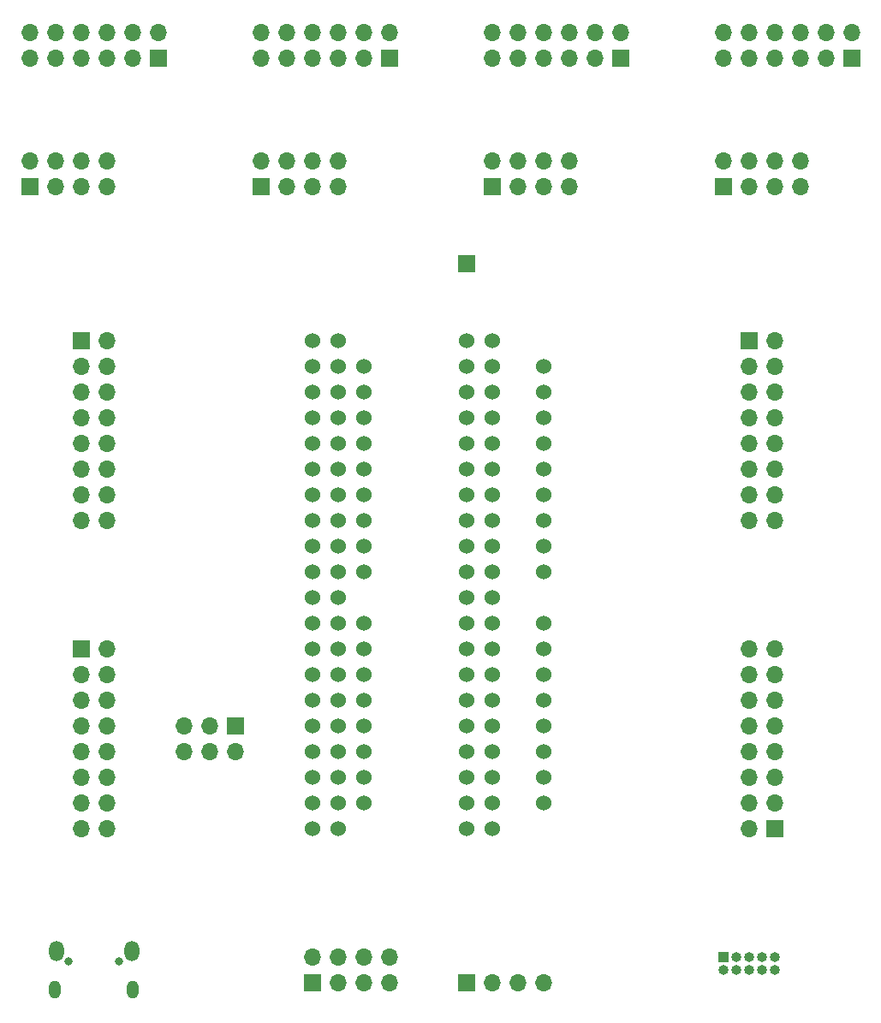
<source format=gbr>
%TF.GenerationSoftware,KiCad,Pcbnew,5.1.10*%
%TF.CreationDate,2021-09-24T20:54:15+02:00*%
%TF.ProjectId,ucdev_board,75636465-765f-4626-9f61-72642e6b6963,rev?*%
%TF.SameCoordinates,Original*%
%TF.FileFunction,Soldermask,Bot*%
%TF.FilePolarity,Negative*%
%FSLAX46Y46*%
G04 Gerber Fmt 4.6, Leading zero omitted, Abs format (unit mm)*
G04 Created by KiCad (PCBNEW 5.1.10) date 2021-09-24 20:54:15*
%MOMM*%
%LPD*%
G01*
G04 APERTURE LIST*
%ADD10O,0.800000X0.800000*%
%ADD11O,1.150000X1.800000*%
%ADD12O,1.450000X2.000000*%
%ADD13O,1.700000X1.700000*%
%ADD14R,1.700000X1.700000*%
%ADD15O,1.000000X1.000000*%
%ADD16R,1.000000X1.000000*%
%ADD17C,1.524000*%
G04 APERTURE END LIST*
D10*
%TO.C,J8*%
X69810000Y-119850000D03*
X64810000Y-119850000D03*
D11*
X71185000Y-122600000D03*
X63435000Y-122600000D03*
D12*
X71035000Y-118800000D03*
X63585000Y-118800000D03*
%TD*%
D13*
%TO.C,J7*%
X137160000Y-40640000D03*
X137160000Y-43180000D03*
X134620000Y-40640000D03*
X134620000Y-43180000D03*
X132080000Y-40640000D03*
X132080000Y-43180000D03*
X129540000Y-40640000D03*
D14*
X129540000Y-43180000D03*
%TD*%
D13*
%TO.C,J6*%
X114300000Y-40640000D03*
X114300000Y-43180000D03*
X111760000Y-40640000D03*
X111760000Y-43180000D03*
X109220000Y-40640000D03*
X109220000Y-43180000D03*
X106680000Y-40640000D03*
D14*
X106680000Y-43180000D03*
%TD*%
D13*
%TO.C,J5*%
X91440000Y-40640000D03*
X91440000Y-43180000D03*
X88900000Y-40640000D03*
X88900000Y-43180000D03*
X86360000Y-40640000D03*
X86360000Y-43180000D03*
X83820000Y-40640000D03*
D14*
X83820000Y-43180000D03*
%TD*%
D13*
%TO.C,J4*%
X68580000Y-40640000D03*
X68580000Y-43180000D03*
X66040000Y-40640000D03*
X66040000Y-43180000D03*
X63500000Y-40640000D03*
X63500000Y-43180000D03*
X60960000Y-40640000D03*
D14*
X60960000Y-43180000D03*
%TD*%
D13*
%TO.C,USB_EN1*%
X76200000Y-99060000D03*
X76200000Y-96520000D03*
X78740000Y-99060000D03*
X78740000Y-96520000D03*
X81280000Y-99060000D03*
D14*
X81280000Y-96520000D03*
%TD*%
D13*
%TO.C,PB_LO1*%
X134620000Y-76200000D03*
X132080000Y-76200000D03*
X134620000Y-73660000D03*
X132080000Y-73660000D03*
X134620000Y-71120000D03*
X132080000Y-71120000D03*
X134620000Y-68580000D03*
X132080000Y-68580000D03*
X134620000Y-66040000D03*
X132080000Y-66040000D03*
X134620000Y-63500000D03*
X132080000Y-63500000D03*
X134620000Y-60960000D03*
X132080000Y-60960000D03*
X134620000Y-58420000D03*
D14*
X132080000Y-58420000D03*
%TD*%
D13*
%TO.C,PB_HI1*%
X68580000Y-76200000D03*
X66040000Y-76200000D03*
X68580000Y-73660000D03*
X66040000Y-73660000D03*
X68580000Y-71120000D03*
X66040000Y-71120000D03*
X68580000Y-68580000D03*
X66040000Y-68580000D03*
X68580000Y-66040000D03*
X66040000Y-66040000D03*
X68580000Y-63500000D03*
X66040000Y-63500000D03*
X68580000Y-60960000D03*
X66040000Y-60960000D03*
X68580000Y-58420000D03*
D14*
X66040000Y-58420000D03*
%TD*%
D13*
%TO.C,PA_LO1*%
X132080000Y-88900000D03*
X134620000Y-88900000D03*
X132080000Y-91440000D03*
X134620000Y-91440000D03*
X132080000Y-93980000D03*
X134620000Y-93980000D03*
X132080000Y-96520000D03*
X134620000Y-96520000D03*
X132080000Y-99060000D03*
X134620000Y-99060000D03*
X132080000Y-101600000D03*
X134620000Y-101600000D03*
X132080000Y-104140000D03*
X134620000Y-104140000D03*
X132080000Y-106680000D03*
D14*
X134620000Y-106680000D03*
%TD*%
D13*
%TO.C,PA_HI1*%
X68580000Y-106680000D03*
X66040000Y-106680000D03*
X68580000Y-104140000D03*
X66040000Y-104140000D03*
X68580000Y-101600000D03*
X66040000Y-101600000D03*
X68580000Y-99060000D03*
X66040000Y-99060000D03*
X68580000Y-96520000D03*
X66040000Y-96520000D03*
X68580000Y-93980000D03*
X66040000Y-93980000D03*
X68580000Y-91440000D03*
X66040000Y-91440000D03*
X68580000Y-88900000D03*
D14*
X66040000Y-88900000D03*
%TD*%
D15*
%TO.C,JTAG1*%
X134620000Y-120650000D03*
X134620000Y-119380000D03*
X133350000Y-120650000D03*
X133350000Y-119380000D03*
X132080000Y-120650000D03*
X132080000Y-119380000D03*
X130810000Y-120650000D03*
X130810000Y-119380000D03*
X129540000Y-120650000D03*
D16*
X129540000Y-119380000D03*
%TD*%
D13*
%TO.C,PMOD4*%
X129540000Y-27940000D03*
X129540000Y-30480000D03*
X132080000Y-27940000D03*
X132080000Y-30480000D03*
X134620000Y-27940000D03*
X134620000Y-30480000D03*
X137160000Y-27940000D03*
X137160000Y-30480000D03*
X139700000Y-27940000D03*
X139700000Y-30480000D03*
X142240000Y-27940000D03*
D14*
X142240000Y-30480000D03*
%TD*%
D13*
%TO.C,PMOD3*%
X106680000Y-27940000D03*
X106680000Y-30480000D03*
X109220000Y-27940000D03*
X109220000Y-30480000D03*
X111760000Y-27940000D03*
X111760000Y-30480000D03*
X114300000Y-27940000D03*
X114300000Y-30480000D03*
X116840000Y-27940000D03*
X116840000Y-30480000D03*
X119380000Y-27940000D03*
D14*
X119380000Y-30480000D03*
%TD*%
D13*
%TO.C,PMOD2*%
X83820000Y-27940000D03*
X83820000Y-30480000D03*
X86360000Y-27940000D03*
X86360000Y-30480000D03*
X88900000Y-27940000D03*
X88900000Y-30480000D03*
X91440000Y-27940000D03*
X91440000Y-30480000D03*
X93980000Y-27940000D03*
X93980000Y-30480000D03*
X96520000Y-27940000D03*
D14*
X96520000Y-30480000D03*
%TD*%
D13*
%TO.C,PMOD1*%
X60960000Y-27940000D03*
X60960000Y-30480000D03*
X63500000Y-27940000D03*
X63500000Y-30480000D03*
X66040000Y-27940000D03*
X66040000Y-30480000D03*
X68580000Y-27940000D03*
X68580000Y-30480000D03*
X71120000Y-27940000D03*
X71120000Y-30480000D03*
X73660000Y-27940000D03*
D14*
X73660000Y-30480000D03*
%TD*%
D13*
%TO.C,J3*%
X96520000Y-119380000D03*
X96520000Y-121920000D03*
X93980000Y-119380000D03*
X93980000Y-121920000D03*
X91440000Y-119380000D03*
X91440000Y-121920000D03*
X88900000Y-119380000D03*
D14*
X88900000Y-121920000D03*
%TD*%
D13*
%TO.C,J2*%
X111760000Y-121920000D03*
X109220000Y-121920000D03*
X106680000Y-121920000D03*
D14*
X104140000Y-121920000D03*
%TD*%
%TO.C,J1*%
X104140000Y-50800000D03*
%TD*%
D17*
%TO.C,U3*%
X111760000Y-60960000D03*
X111760000Y-63500000D03*
X111760000Y-66040000D03*
X111760000Y-68580000D03*
X111760000Y-71120000D03*
X111760000Y-73660000D03*
X111760000Y-76200000D03*
X111760000Y-78740000D03*
X111760000Y-81280000D03*
X111760000Y-86360000D03*
X111760000Y-88900000D03*
X111760000Y-91440000D03*
X111760000Y-93980000D03*
X111760000Y-96520000D03*
X111760000Y-99060000D03*
X111760000Y-101600000D03*
X111760000Y-104140000D03*
X93980000Y-104140000D03*
X93980000Y-101600000D03*
X93980000Y-96520000D03*
X93980000Y-93980000D03*
X93980000Y-91440000D03*
X93980000Y-88900000D03*
X93980000Y-86360000D03*
X93980000Y-81280000D03*
X93980000Y-78740000D03*
X93980000Y-76200000D03*
X93980000Y-73660000D03*
X93980000Y-71120000D03*
X93980000Y-68580000D03*
X93980000Y-66040000D03*
X93980000Y-63500000D03*
X93980000Y-60960000D03*
X93980000Y-99060000D03*
%TD*%
%TO.C,U1*%
X106680000Y-58420000D03*
X106680000Y-60960000D03*
X106680000Y-63500000D03*
X106680000Y-66040000D03*
X106680000Y-68580000D03*
X106680000Y-71120000D03*
X106680000Y-73660000D03*
X106680000Y-76200000D03*
X106680000Y-78740000D03*
X106680000Y-81280000D03*
X106680000Y-83820000D03*
X106680000Y-86360000D03*
X106680000Y-88900000D03*
X106680000Y-91440000D03*
X106680000Y-93980000D03*
X106680000Y-96520000D03*
X106680000Y-99060000D03*
X106680000Y-101600000D03*
X106680000Y-104140000D03*
X106680000Y-106680000D03*
X91440000Y-106680000D03*
X91440000Y-104140000D03*
X91440000Y-101600000D03*
X91440000Y-99060000D03*
X91440000Y-96520000D03*
X91440000Y-93980000D03*
X91440000Y-91440000D03*
X91440000Y-88900000D03*
X91440000Y-86360000D03*
X91440000Y-83820000D03*
X91440000Y-81280000D03*
X91440000Y-78740000D03*
X91440000Y-76200000D03*
X91440000Y-73660000D03*
X91440000Y-71120000D03*
X91440000Y-68580000D03*
X91440000Y-66040000D03*
X91440000Y-63500000D03*
X91440000Y-60960000D03*
X91440000Y-58420000D03*
%TD*%
%TO.C,U2*%
X104140000Y-58420000D03*
X104140000Y-60960000D03*
X104140000Y-63500000D03*
X104140000Y-66040000D03*
X104140000Y-68580000D03*
X104140000Y-71120000D03*
X104140000Y-73660000D03*
X104140000Y-76200000D03*
X104140000Y-78740000D03*
X104140000Y-81280000D03*
X104140000Y-83820000D03*
X104140000Y-86360000D03*
X104140000Y-88900000D03*
X104140000Y-91440000D03*
X104140000Y-93980000D03*
X104140000Y-96520000D03*
X104140000Y-99060000D03*
X104140000Y-101600000D03*
X104140000Y-104140000D03*
X104140000Y-106680000D03*
X88900000Y-106680000D03*
X88900000Y-104140000D03*
X88900000Y-101600000D03*
X88900000Y-99060000D03*
X88900000Y-96520000D03*
X88900000Y-93980000D03*
X88900000Y-91440000D03*
X88900000Y-88900000D03*
X88900000Y-86360000D03*
X88900000Y-83820000D03*
X88900000Y-81280000D03*
X88900000Y-78740000D03*
X88900000Y-76200000D03*
X88900000Y-73660000D03*
X88900000Y-71120000D03*
X88900000Y-68580000D03*
X88900000Y-66040000D03*
X88900000Y-63500000D03*
X88900000Y-60960000D03*
X88900000Y-58420000D03*
%TD*%
M02*

</source>
